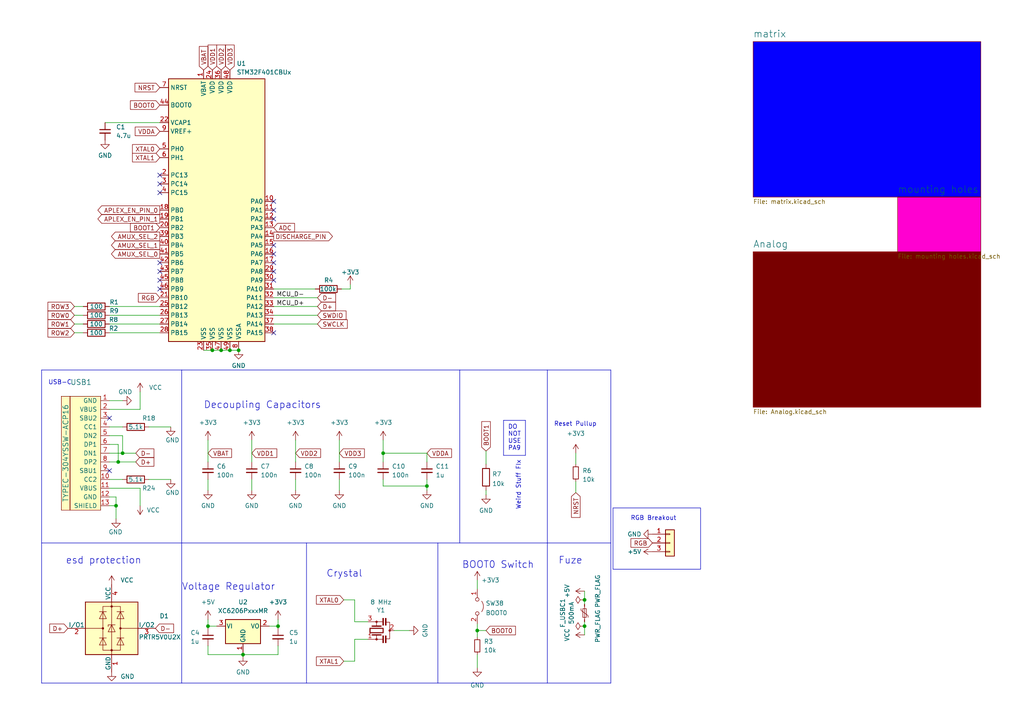
<source format=kicad_sch>
(kicad_sch (version 20230121) (generator eeschema)
  (paper "A4")
  (lib_symbols
    (symbol "Connector_Generic:Conn_01x03" (pin_names (offset 1.016) hide)
      (property "Reference" "J" (at 0 5.08 0))
      (property "Value" "Conn_01x03" (at 0 -5.08 0))
      (symbol "Conn_01x03_1_1"
        (rectangle (start -1.27 -2.413) (end 0 -2.667) (stroke (width 0.1524)))
        (rectangle (start -1.27 0.127) (end 0 -0.127) (stroke (width 0.1524)))
        (rectangle (start -1.27 2.667) (end 0 2.413) (stroke (width 0.1524)))
        (rectangle (start -1.27 3.81) (end 1.27 -3.81) (stroke (width 0.254)) (fill (type background)))
        (pin passive line (at -5.08 2.54 0) (length 3.81) (name "Pin_1") (number "1"))
        (pin passive line (at -5.08 0 0) (length 3.81) (name "Pin_2") (number "2"))
        (pin passive line (at -5.08 -2.54 0) (length 3.81) (name "Pin_3") (number "3"))
      )
    )
    (symbol "Device:C_Small" (pin_numbers hide) (pin_names (offset 0.254) hide)
      (property "Reference" "C" (at 0.254 1.778 0))
      (property "Value" "C_Small" (at 0.254 -2.032 0))
      (symbol "C_Small_0_1"
        (polyline (pts (xy -1.524 -0.508) (xy 1.524 -0.508)) (stroke (width 0.3302)))
        (polyline (pts (xy -1.524 0.508) (xy 1.524 0.508)) (stroke (width 0.3048)))
      )
      (symbol "C_Small_1_1"
        (pin passive line (at 0 2.54 270) (length 2.032) (name "~") (number "1"))
        (pin passive line (at 0 -2.54 90) (length 2.032) (name "~") (number "2"))
      )
    )
    (symbol "Device:Polyfuse_Small" (pin_numbers hide) (pin_names (offset 0))
      (property "Reference" "F" (at -1.905 0 90))
      (property "Value" "Polyfuse_Small" (at 1.905 0 90))
      (symbol "Polyfuse_Small_0_1"
        (rectangle (start -0.508 1.27) (end 0.508 -1.27))
        (polyline (pts (xy 0 2.54) (xy 0 -2.54)))
        (polyline (pts (xy -1.016 1.27) (xy -1.016 0.762) (xy 1.016 -0.762) (xy 1.016 -1.27)))
      )
      (symbol "Polyfuse_Small_1_1"
        (pin passive line (at 0 2.54 270) (length 0.635) (name "~") (number "1"))
        (pin passive line (at 0 -2.54 90) (length 0.635) (name "~") (number "2"))
      )
    )
    (symbol "Device:R" (pin_numbers hide) (pin_names (offset 0))
      (property "Reference" "R" (at 2.032 0 90))
      (property "Value" "R" (at 0 0 90))
      (symbol "R_0_1"
        (rectangle (start -1.016 -2.54) (end 1.016 2.54) (stroke (width 0.254)))
      )
      (symbol "R_1_1"
        (pin passive line (at 0 3.81 270) (length 1.27) (name "~") (number "1"))
        (pin passive line (at 0 -3.81 90) (length 1.27) (name "~") (number "2"))
      )
    )
    (symbol "Device:R_Small" (pin_numbers hide) (pin_names (offset 0.254) hide)
      (property "Reference" "R" (at 0.762 0.508 0))
      (property "Value" "R_Small" (at 0.762 -1.016 0))
      (symbol "R_Small_0_1"
        (rectangle (start -0.762 1.778) (end 0.762 -1.778) (stroke (width 0.2032)))
      )
      (symbol "R_Small_1_1"
        (pin passive line (at 0 2.54 270) (length 0.762) (name "~") (number "1"))
        (pin passive line (at 0 -2.54 90) (length 0.762) (name "~") (number "2"))
      )
    )
    (symbol "Device:Resonator_Small" (pin_names (offset 1.016) hide)
      (property "Reference" "Y" (at 3.175 1.905 0))
      (property "Value" "Resonator_Small" (at 3.175 0 0))
      (symbol "Resonator_Small_0_1"
        (rectangle (start -3.556 -2.54) (end -1.524 -2.794) (fill (type outline)))
        (rectangle (start -3.556 -1.778) (end -1.524 -2.032) (fill (type outline)))
        (circle (center -2.54 0) (radius 0.254) (fill (type outline)))
        (rectangle (start -0.635 1.905) (end 0.635 -1.905) (stroke (width 0.3048)))
        (circle (center 0 -3.81) (radius 0.254) (fill (type outline)))
        (polyline (pts (xy -2.54 -1.778) (xy -2.54 0)))
        (polyline (pts (xy -2.54 0) (xy -1.397 0)))
        (polyline (pts (xy -2.54 1.27) (xy -2.54 0)))
        (polyline (pts (xy -1.27 -1.27) (xy -1.27 1.27)) (stroke (width 0.381)))
        (polyline (pts (xy 1.27 -1.27) (xy 1.27 1.27)) (stroke (width 0.381)))
        (polyline (pts (xy 1.27 0) (xy 2.54 0)))
        (polyline (pts (xy 2.54 0) (xy 2.54 -1.778)))
        (polyline (pts (xy 2.54 1.27) (xy 2.54 0)))
        (polyline (pts (xy 2.413 -2.794) (xy 2.413 -3.81) (xy -2.413 -3.81) (xy -2.413 -2.667)))
        (rectangle (start 1.524 -2.54) (end 3.556 -2.794) (fill (type outline)))
        (rectangle (start 1.524 -1.778) (end 3.556 -2.032) (fill (type outline)))
        (circle (center 2.54 0) (radius 0.254) (fill (type outline)))
      )
      (symbol "Resonator_Small_1_1"
        (pin passive line (at -2.54 2.54 270) (length 1.27) (name "1") (number "1"))
        (pin passive line (at 0 -5.08 90) (length 1.27) (name "2") (number "2"))
        (pin passive line (at 2.54 2.54 270) (length 1.27) (name "3") (number "3"))
      )
    )
    (symbol "Jumper:Jumper_2_Open" (pin_names (offset 0) hide)
      (property "Reference" "JP" (at 0 2.794 0))
      (property "Value" "Jumper_2_Open" (at 0 -2.286 0))
      (symbol "Jumper_2_Open_0_0"
        (circle (center -2.032 0) (radius 0.508))
        (circle (center 2.032 0) (radius 0.508))
      )
      (symbol "Jumper_2_Open_0_1"
        (arc (start 1.524 1.27) (mid 0 1.778) (end -1.524 1.27))
      )
      (symbol "Jumper_2_Open_1_1"
        (pin passive line (at -5.08 0 0) (length 2.54) (name "A") (number "1"))
        (pin passive line (at 5.08 0 180) (length 2.54) (name "B") (number "2"))
      )
    )
    (symbol "MCU_ST_STM32F4:STM32F401CBUx"
      (property "Reference" "U" (at -15.24 39.37 0))
      (property "Value" "STM32F401CBUx" (at 5.08 39.37 0))
      (symbol "STM32F401CBUx_0_1"
        (rectangle (start -15.24 -38.1) (end 12.7 38.1) (stroke (width 0.254)) (fill (type background)))
      )
      (symbol "STM32F401CBUx_1_1"
        (pin power_in line (at -5.08 40.64 270) (length 2.54) (name "VBAT") (number "1"))
        (pin bidirectional line (at 15.24 2.54 180) (length 2.54) (name "PA0") (number "10"))
        (pin bidirectional line (at 15.24 0 180) (length 2.54) (name "PA1") (number "11"))
        (pin bidirectional line (at 15.24 -2.54 180) (length 2.54) (name "PA2") (number "12"))
        (pin bidirectional line (at 15.24 -5.08 180) (length 2.54) (name "PA3") (number "13"))
        (pin bidirectional line (at 15.24 -7.62 180) (length 2.54) (name "PA4") (number "14"))
        (pin bidirectional line (at 15.24 -10.16 180) (length 2.54) (name "PA5") (number "15"))
        (pin bidirectional line (at 15.24 -12.7 180) (length 2.54) (name "PA6") (number "16"))
        (pin bidirectional line (at 15.24 -15.24 180) (length 2.54) (name "PA7") (number "17"))
        (pin bidirectional line (at -17.78 0 0) (length 2.54) (name "PB0") (number "18"))
        (pin bidirectional line (at -17.78 -2.54 0) (length 2.54) (name "PB1") (number "19"))
        (pin bidirectional line (at -17.78 10.16 0) (length 2.54) (name "PC13") (number "2"))
        (pin bidirectional line (at -17.78 -5.08 0) (length 2.54) (name "PB2") (number "20"))
        (pin bidirectional line (at -17.78 -25.4 0) (length 2.54) (name "PB10") (number "21"))
        (pin power_in line (at -17.78 25.4 0) (length 2.54) (name "VCAP1") (number "22"))
        (pin power_in line (at -5.08 -40.64 90) (length 2.54) (name "VSS") (number "23"))
        (pin power_in line (at -2.54 40.64 270) (length 2.54) (name "VDD") (number "24"))
        (pin bidirectional line (at -17.78 -27.94 0) (length 2.54) (name "PB12") (number "25"))
        (pin bidirectional line (at -17.78 -30.48 0) (length 2.54) (name "PB13") (number "26"))
        (pin bidirectional line (at -17.78 -33.02 0) (length 2.54) (name "PB14") (number "27"))
        (pin bidirectional line (at -17.78 -35.56 0) (length 2.54) (name "PB15") (number "28"))
        (pin bidirectional line (at 15.24 -17.78 180) (length 2.54) (name "PA8") (number "29"))
        (pin bidirectional line (at -17.78 7.62 0) (length 2.54) (name "PC14") (number "3"))
        (pin bidirectional line (at 15.24 -20.32 180) (length 2.54) (name "PA9") (number "30"))
        (pin bidirectional line (at 15.24 -22.86 180) (length 2.54) (name "PA10") (number "31"))
        (pin bidirectional line (at 15.24 -25.4 180) (length 2.54) (name "PA11") (number "32"))
        (pin bidirectional line (at 15.24 -27.94 180) (length 2.54) (name "PA12") (number "33"))
        (pin bidirectional line (at 15.24 -30.48 180) (length 2.54) (name "PA13") (number "34"))
        (pin power_in line (at -2.54 -40.64 90) (length 2.54) (name "VSS") (number "35"))
        (pin power_in line (at 0 40.64 270) (length 2.54) (name "VDD") (number "36"))
        (pin bidirectional line (at 15.24 -33.02 180) (length 2.54) (name "PA14") (number "37"))
        (pin bidirectional line (at 15.24 -35.56 180) (length 2.54) (name "PA15") (number "38"))
        (pin bidirectional line (at -17.78 -7.62 0) (length 2.54) (name "PB3") (number "39"))
        (pin bidirectional line (at -17.78 5.08 0) (length 2.54) (name "PC15") (number "4"))
        (pin bidirectional line (at -17.78 -10.16 0) (length 2.54) (name "PB4") (number "40"))
        (pin bidirectional line (at -17.78 -12.7 0) (length 2.54) (name "PB5") (number "41"))
        (pin bidirectional line (at -17.78 -15.24 0) (length 2.54) (name "PB6") (number "42"))
        (pin bidirectional line (at -17.78 -17.78 0) (length 2.54) (name "PB7") (number "43"))
        (pin input line (at -17.78 30.48 0) (length 2.54) (name "BOOT0") (number "44"))
        (pin bidirectional line (at -17.78 -20.32 0) (length 2.54) (name "PB8") (number "45"))
        (pin bidirectional line (at -17.78 -22.86 0) (length 2.54) (name "PB9") (number "46"))
        (pin power_in line (at 0 -40.64 90) (length 2.54) (name "VSS") (number "47"))
        (pin power_in line (at 2.54 40.64 270) (length 2.54) (name "VDD") (number "48"))
        (pin power_in line (at 2.54 -40.64 90) (length 2.54) (name "VSS") (number "49"))
        (pin input line (at -17.78 17.78 0) (length 2.54) (name "PH0") (number "5"))
        (pin input line (at -17.78 15.24 0) (length 2.54) (name "PH1") (number "6"))
        (pin input line (at -17.78 35.56 0) (length 2.54) (name "NRST") (number "7"))
        (pin power_in line (at 5.08 -40.64 90) (length 2.54) (name "VSSA") (number "8"))
        (pin power_in line (at -17.78 22.86 0) (length 2.54) (name "VREF+") (number "9"))
      )
    )
    (symbol "Power_Protection:PRTR5V0U2X" (pin_names (offset 0))
      (property "Reference" "D" (at 2.794 8.636 0))
      (property "Value" "PRTR5V0U2X" (at 8.128 -9.398 0))
      (symbol "PRTR5V0U2X_0_1"
        (rectangle (start -7.62 -7.62) (end 7.62 7.62) (stroke (width 0.254)) (fill (type background)))
        (circle (center -2.54 0) (radius 0.254) (fill (type outline)))
        (rectangle (start -2.54 6.35) (end 2.54 -6.35))
        (circle (center 0 -6.35) (radius 0.254) (fill (type outline)))
        (polyline (pts (xy -2.54 0) (xy -7.62 0)))
        (polyline (pts (xy -1.524 -2.794) (xy -3.556 -2.794)))
        (polyline (pts (xy -1.524 4.826) (xy -3.556 4.826)))
        (polyline (pts (xy 0 -7.62) (xy 0 7.62)))
        (polyline (pts (xy 1.524 -2.794) (xy 3.556 -2.794)))
        (polyline (pts (xy 1.524 4.826) (xy 3.556 4.826)))
        (polyline (pts (xy 2.54 0) (xy 7.62 0)))
        (polyline (pts (xy 1.016 1.016) (xy -1.016 1.016) (xy -1.016 0.508)))
        (polyline (pts (xy -3.556 -4.826) (xy -1.524 -4.826) (xy -2.54 -2.794) (xy -3.556 -4.826)))
        (polyline (pts (xy -3.556 2.794) (xy -1.524 2.794) (xy -2.54 4.826) (xy -3.556 2.794)))
        (polyline (pts (xy -1.016 -1.016) (xy 1.016 -1.016) (xy 0 1.016) (xy -1.016 -1.016)))
        (polyline (pts (xy 3.556 -4.826) (xy 1.524 -4.826) (xy 2.54 -2.794) (xy 3.556 -4.826)))
        (polyline (pts (xy 3.556 2.794) (xy 1.524 2.794) (xy 2.54 4.826) (xy 3.556 2.794)))
        (circle (center 0 6.35) (radius 0.254) (fill (type outline)))
        (circle (center 2.54 0) (radius 0.254) (fill (type outline)))
      )
      (symbol "PRTR5V0U2X_1_1"
        (pin passive line (at 0 -12.7 90) (length 5.08) (name "GND") (number "1"))
        (pin passive line (at -12.7 0 0) (length 5.08) (name "I/O1") (number "2"))
        (pin passive line (at 12.7 0 180) (length 5.08) (name "I/O2") (number "3"))
        (pin passive line (at 0 12.7 270) (length 5.08) (name "VCC") (number "4"))
      )
    )
    (symbol "Regulator_Linear:XC6206PxxxMR" (pin_names (offset 0.254))
      (property "Reference" "U" (at -3.81 3.175 0))
      (property "Value" "XC6206PxxxMR" (at 0 3.175 0))
      (symbol "XC6206PxxxMR_0_1"
        (rectangle (start -5.08 1.905) (end 5.08 -5.08) (stroke (width 0.254)) (fill (type background)))
      )
      (symbol "XC6206PxxxMR_1_1"
        (pin power_in line (at 0 -7.62 90) (length 2.54) (name "GND") (number "1"))
        (pin power_out line (at 7.62 0 180) (length 2.54) (name "VO") (number "2"))
        (pin power_in line (at -7.62 0 0) (length 2.54) (name "VI") (number "3"))
      )
    )
    (symbol "cipulot_parts:TYPEC-304YSSW-ACP16" (pin_names (offset 1.016))
      (property "Reference" "USB" (at -5.08 16.51 0))
      (property "Value" "TYPEC-304YSSW-ACP16" (at -10.16 -1.27 90))
      (symbol "TYPEC-304YSSW-ACP16_0_1"
        (rectangle (start -11.43 15.24) (end -8.89 -17.78) (fill (type background)))
        (rectangle (start 0 -17.78) (end -8.89 15.24) (fill (type background)))
      )
      (symbol "TYPEC-304YSSW-ACP16_1_1"
        (pin input line (at 2.54 13.97 180) (length 2.54) (name "GND") (number "1"))
        (pin input line (at 2.54 -8.89 180) (length 2.54) (name "CC2") (number "10"))
        (pin input line (at 2.54 -11.43 180) (length 2.54) (name "VBUS") (number "11"))
        (pin input line (at 2.54 -13.97 180) (length 2.54) (name "GND") (number "12"))
        (pin input line (at 2.54 -16.51 180) (length 2.54) (name "SHIELD") (number "13"))
        (pin input line (at 2.54 11.43 180) (length 2.54) (name "VBUS") (number "2"))
        (pin input line (at 2.54 8.89 180) (length 2.54) (name "SBU2") (number "3"))
        (pin input line (at 2.54 6.35 180) (length 2.54) (name "CC1") (number "4"))
        (pin input line (at 2.54 3.81 180) (length 2.54) (name "DN2") (number "5"))
        (pin input line (at 2.54 1.27 180) (length 2.54) (name "DP1") (number "6"))
        (pin input line (at 2.54 -1.27 180) (length 2.54) (name "DN1") (number "7"))
        (pin input line (at 2.54 -3.81 180) (length 2.54) (name "DP2") (number "8"))
        (pin input line (at 2.54 -6.35 180) (length 2.54) (name "SBU1") (number "9"))
      )
    )
    (symbol "power:+3.3V" (power) (pin_names (offset 0))
      (property "Value" "+3.3V" (at 0 3.556 0))
      (symbol "+3.3V_0_1"
        (polyline (pts (xy -0.762 1.27) (xy 0 2.54)))
        (polyline (pts (xy 0 0) (xy 0 2.54)))
        (polyline (pts (xy 0 2.54) (xy 0.762 1.27)))
      )
      (symbol "+3.3V_1_1"
        (pin power_in line (at 0 0 90) (length 0) hide (name "+3V3") (number "1"))
      )
    )
    (symbol "power:+3V3" (power) (pin_names (offset 0))
      (property "Value" "+3V3" (at 0 3.556 0))
      (symbol "+3V3_0_1"
        (polyline (pts (xy -0.762 1.27) (xy 0 2.54)))
        (polyline (pts (xy 0 0) (xy 0 2.54)))
        (polyline (pts (xy 0 2.54) (xy 0.762 1.27)))
      )
      (symbol "+3V3_1_1"
        (pin power_in line (at 0 0 90) (length 0) hide (name "+3V3") (number "1"))
      )
    )
    (symbol "power:+5V" (power) (pin_names (offset 0))
      (property "Value" "+5V" (at 0 3.556 0))
      (symbol "+5V_0_1"
        (polyline (pts (xy -0.762 1.27) (xy 0 2.54)))
        (polyline (pts (xy 0 0) (xy 0 2.54)))
        (polyline (pts (xy 0 2.54) (xy 0.762 1.27)))
      )
      (symbol "+5V_1_1"
        (pin power_in line (at 0 0 90) (length 0) hide (name "+5V") (number "1"))
      )
    )
    (symbol "power:GND" (power) (pin_names (offset 0))
      (property "Value" "GND" (at 0 -3.81 0))
      (symbol "GND_0_1"
        (polyline (pts (xy 0 0) (xy 0 -1.27) (xy 1.27 -1.27) (xy 0 -2.54) (xy -1.27 -1.27) (xy 0 -1.27)))
      )
      (symbol "GND_1_1"
        (pin power_in line (at 0 0 270) (length 0) hide (name "GND") (number "1"))
      )
    )
    (symbol "power:PWR_FLAG" (power) (pin_numbers hide) (pin_names (offset 0) hide)
      (property "Value" "PWR_FLAG" (at 0 3.81 0))
      (symbol "PWR_FLAG_0_0"
        (pin power_out line (at 0 0 90) (length 0) (name "pwr") (number "1"))
      )
      (symbol "PWR_FLAG_0_1"
        (polyline (pts (xy 0 0) (xy 0 1.27) (xy -1.016 1.905) (xy 0 2.54) (xy 1.016 1.905) (xy 0 1.27)))
      )
    )
    (symbol "power:VCC" (power) (pin_names (offset 0))
      (property "Value" "VCC" (at 0 3.81 0))
      (symbol "VCC_0_1"
        (polyline (pts (xy -0.762 1.27) (xy 0 2.54)))
        (polyline (pts (xy 0 0) (xy 0 2.54)))
        (polyline (pts (xy 0 2.54) (xy 0.762 1.27)))
      )
      (symbol "VCC_1_1"
        (pin power_in line (at 0 0 90) (length 0) hide (name "VCC") (number "1"))
      )
    )
  )
  (junction (at 169.545 173.99))
  (junction (at 64.135 101.6))
  (junction (at 111.125 131.445))
  (junction (at 66.675 101.6))
  (junction (at 34.29 133.985))
  (junction (at 60.325 181.61))
  (junction (at 169.545 181.61))
  (junction (at 33.655 146.685))
  (junction (at 61.595 101.6))
  (junction (at 138.43 182.88))
  (junction (at 35.56 131.445))
  (junction (at 70.485 189.865))
  (junction (at 69.215 101.6))
  (junction (at 80.645 181.61))
  (junction (at 123.825 140.97))
  (no_connect (at 79.375 96.52))
  (no_connect (at 79.375 58.42))
  (no_connect (at 79.375 60.96))
  (no_connect (at 46.355 76.2))
  (no_connect (at 46.355 50.8))
  (no_connect (at 46.355 53.34))
  (no_connect (at 46.355 55.88))
  (no_connect (at 79.375 78.74))
  (no_connect (at 46.355 81.28))
  (no_connect (at 79.375 81.28))
  (no_connect (at 79.375 76.2))
  (no_connect (at 46.355 83.82))
  (no_connect (at 79.375 71.12))
  (no_connect (at 79.375 63.5))
  (no_connect (at 31.75 136.525))
  (no_connect (at 79.375 73.66))
  (no_connect (at 46.355 78.74))
  (no_connect (at 31.75 121.285))
  (wire (pts (xy 70.485 189.23) (xy 70.485 189.865)))
  (polyline (pts (xy 146.05 132.08) (xy 152.4 132.08)))
  (wire (pts (xy 102.87 191.77) (xy 102.87 185.42)))
  (wire (pts (xy 70.485 189.865) (xy 70.485 190.5)))
  (wire (pts (xy 31.75 128.905) (xy 34.29 128.905)))
  (wire (pts (xy 21.59 91.44) (xy 24.13 91.44)))
  (wire (pts (xy 33.655 144.145) (xy 33.655 146.685)))
  (wire (pts (xy 102.87 185.42) (xy 106.68 185.42)))
  (wire (pts (xy 167.005 131.445) (xy 167.005 134.62)))
  (wire (pts (xy 31.75 88.9) (xy 46.355 88.9)))
  (wire (pts (xy 123.825 140.97) (xy 123.825 142.24)))
  (wire (pts (xy 79.375 91.44) (xy 92.075 91.44)))
  (polyline (pts (xy 177.165 198.12) (xy 12.065 198.12)))
  (polyline (pts (xy 133.35 107.315) (xy 133.35 157.48)))
  (wire (pts (xy 34.29 128.905) (xy 34.29 133.985)))
  (wire (pts (xy 169.545 181.61) (xy 169.545 180.34)))
  (polyline (pts (xy 12.065 157.48) (xy 177.165 157.48)))
  (wire (pts (xy 79.375 93.98) (xy 92.075 93.98)))
  (wire (pts (xy 40.64 118.745) (xy 40.64 113.665)))
  (wire (pts (xy 79.375 86.36) (xy 92.075 86.36)))
  (wire (pts (xy 31.75 141.605) (xy 40.64 141.605)))
  (wire (pts (xy 60.325 182.245) (xy 60.325 181.61)))
  (wire (pts (xy 111.125 140.97) (xy 123.825 140.97)))
  (wire (pts (xy 40.64 141.605) (xy 40.64 146.685)))
  (polyline (pts (xy 12.065 107.315) (xy 12.065 198.12)))
  (wire (pts (xy 78.105 181.61) (xy 80.645 181.61)))
  (wire (pts (xy 123.825 131.445) (xy 123.825 133.985)))
  (wire (pts (xy 91.44 83.82) (xy 79.375 83.82)))
  (wire (pts (xy 101.6 83.82) (xy 101.6 82.55)))
  (wire (pts (xy 66.675 101.6) (xy 69.215 101.6)))
  (wire (pts (xy 70.485 189.865) (xy 80.645 189.865)))
  (wire (pts (xy 31.75 96.52) (xy 46.355 96.52)))
  (wire (pts (xy 60.325 139.065) (xy 60.325 142.24)))
  (wire (pts (xy 31.75 123.825) (xy 35.56 123.825)))
  (wire (pts (xy 111.125 131.445) (xy 111.125 133.985)))
  (wire (pts (xy 31.75 91.44) (xy 46.355 91.44)))
  (wire (pts (xy 80.645 189.865) (xy 80.645 187.325)))
  (wire (pts (xy 85.725 127.635) (xy 85.725 133.985)))
  (wire (pts (xy 106.68 180.34) (xy 102.87 180.34)))
  (wire (pts (xy 73.025 127.635) (xy 73.025 133.985)))
  (wire (pts (xy 35.56 131.445) (xy 39.37 131.445)))
  (wire (pts (xy 140.97 130.81) (xy 140.97 134.62)))
  (polyline (pts (xy 52.705 107.315) (xy 52.705 198.12)))
  (wire (pts (xy 60.325 127.635) (xy 60.325 133.985)))
  (wire (pts (xy 31.75 131.445) (xy 35.56 131.445)))
  (wire (pts (xy 138.43 189.865) (xy 138.43 193.675)))
  (wire (pts (xy 43.18 123.825) (xy 49.53 123.825)))
  (wire (pts (xy 98.425 139.065) (xy 98.425 142.24)))
  (wire (pts (xy 99.695 173.99) (xy 102.87 173.99)))
  (wire (pts (xy 33.655 146.685) (xy 33.655 150.495)))
  (wire (pts (xy 31.75 118.745) (xy 40.64 118.745)))
  (wire (pts (xy 111.125 127.635) (xy 111.125 131.445)))
  (wire (pts (xy 80.645 181.61) (xy 80.645 179.705)))
  (wire (pts (xy 59.055 101.6) (xy 61.595 101.6)))
  (wire (pts (xy 99.695 191.77) (xy 102.87 191.77)))
  (wire (pts (xy 111.125 131.445) (xy 123.825 131.445)))
  (wire (pts (xy 138.43 180.975) (xy 138.43 182.88)))
  (wire (pts (xy 169.545 175.26) (xy 169.545 173.99)))
  (wire (pts (xy 21.59 88.9) (xy 24.13 88.9)))
  (polyline (pts (xy 158.75 157.48) (xy 158.75 198.12)))
  (wire (pts (xy 123.825 139.065) (xy 123.825 140.97)))
  (wire (pts (xy 61.595 101.6) (xy 64.135 101.6)))
  (wire (pts (xy 111.125 139.065) (xy 111.125 140.97)))
  (wire (pts (xy 31.75 126.365) (xy 35.56 126.365)))
  (wire (pts (xy 79.375 88.9) (xy 92.075 88.9)))
  (wire (pts (xy 31.75 116.205) (xy 35.56 116.205)))
  (wire (pts (xy 73.025 139.065) (xy 73.025 142.24)))
  (wire (pts (xy 31.75 139.065) (xy 35.56 139.065)))
  (wire (pts (xy 102.87 180.34) (xy 102.87 173.99)))
  (wire (pts (xy 60.325 189.865) (xy 60.325 187.325)))
  (wire (pts (xy 64.135 101.6) (xy 66.675 101.6)))
  (wire (pts (xy 21.59 93.98) (xy 24.13 93.98)))
  (wire (pts (xy 138.43 182.88) (xy 138.43 184.785)))
  (polyline (pts (xy 152.4 132.08) (xy 152.4 121.92)))
  (wire (pts (xy 98.425 127.635) (xy 98.425 133.985)))
  (wire (pts (xy 138.43 182.88) (xy 140.97 182.88)))
  (wire (pts (xy 99.06 83.82) (xy 101.6 83.82)))
  (wire (pts (xy 140.97 142.24) (xy 140.97 143.51)))
  (polyline (pts (xy 12.065 107.315) (xy 177.165 107.315)))
  (wire (pts (xy 31.75 144.145) (xy 33.655 144.145)))
  (wire (pts (xy 80.645 181.61) (xy 80.645 182.245)))
  (wire (pts (xy 169.545 173.99) (xy 169.545 171.45)))
  (wire (pts (xy 30.48 35.56) (xy 46.355 35.56)))
  (polyline (pts (xy 146.05 121.92) (xy 146.05 132.08)))
  (wire (pts (xy 46.355 93.98) (xy 31.75 93.98)))
  (wire (pts (xy 70.485 189.865) (xy 60.325 189.865)))
  (wire (pts (xy 21.59 96.52) (xy 24.13 96.52)))
  (polyline (pts (xy 158.75 107.315) (xy 158.75 157.48)))
  (wire (pts (xy 60.325 181.61) (xy 62.865 181.61)))
  (polyline (pts (xy 146.05 121.92) (xy 152.4 121.92)))
  (polyline (pts (xy 88.9 157.48) (xy 88.9 198.12)))
  (wire (pts (xy 33.655 146.685) (xy 31.75 146.685)))
  (wire (pts (xy 34.29 133.985) (xy 39.37 133.985)))
  (wire (pts (xy 169.545 184.15) (xy 169.545 181.61)))
  (wire (pts (xy 138.43 168.275) (xy 138.43 170.815)))
  (wire (pts (xy 43.18 139.065) (xy 49.53 139.065)))
  (wire (pts (xy 60.325 181.61) (xy 60.325 179.705)))
  (wire (pts (xy 167.005 139.7) (xy 167.005 142.875)))
  (wire (pts (xy 35.56 126.365) (xy 35.56 131.445)))
  (polyline (pts (xy 127 157.48) (xy 127 198.12)))
  (wire (pts (xy 85.725 139.065) (xy 85.725 142.24)))
  (wire (pts (xy 114.3 182.88) (xy 118.745 182.88)))
  (polyline (pts (xy 177.165 107.315) (xy 177.165 198.12)))
  (wire (pts (xy 31.75 133.985) (xy 34.29 133.985)))
  (rectangle (start 177.8 147.32) (end 203.2 165.1))
  (text "Weird Stuff FIx" (at 151.13 147.955 90) (effects (font (size 1.27 1.27)) (justify left bottom)))
  (text "BOOT0 Switch" (at 133.985 165.1 0) (effects (font (size 2 2)) (justify left bottom)))
  (text "USB-C" (at 13.97 111.76 0) (effects (font (size 1.27 1.27)) (justify left bottom)))
  (text "RGB Breakout" (at 182.88 151.13 0) (effects (font (size 1.27 1.27)) (justify left bottom)))
  (text "Voltage Regulator" (at 52.705 171.45 0) (effects (font (size 2 2)) (justify left bottom)))
  (text "Reset Pullup" (at 160.655 123.825 0) (effects (font (size 1.27 1.27)) (justify left bottom)))
  (text "esd protection\n" (at 19.05 163.83 0) (effects (font (size 2 2)) (justify left bottom)))
  (text "DO\nNOT\nUSE\nPA9\n" (at 147.32 130.81 0) (effects (font (size 1.27 1.27)) (justify left bottom)))
  (text "Fuze\n" (at 161.925 163.83 0) (effects (font (size 2 2)) (justify left bottom)))
  (text "Crystal" (at 94.615 167.64 0) (effects (font (size 2 2)) (justify left bottom)))
  (text "Decoupling Capacitors" (at 59.055 118.745 0) (effects (font (size 2 2)) (justify left bottom)))
  (label "MCU_D-" (at 88.265 86.36 180))
  (label "MCU_D+" (at 88.265 88.9 180))
  (global_label "XTAL1" (shape input) (at 99.695 191.77 180) (property "Intersheetrefs" "${INTERSHEET_REFS}" (effects hide)))
  (global_label "VDDA" (shape input) (at 123.825 131.445 0) (property "Intersheetrefs" "${INTERSHEET_REFS}" (effects hide)))
  (global_label "VDD2" (shape input) (at 64.135 20.32 90) (property "Intersheetrefs" "${INTERSHEET_REFS}" (effects hide)))
  (global_label "ROW0" (shape input) (at 21.59 91.44 180) (property "Intersheetrefs" "${INTERSHEET_REFS}" (effects hide)))
  (global_label "DISCHARGE_PIN" (shape output) (at 79.375 68.58 0) (property "Intersheetrefs" "${INTERSHEET_REFS}" (effects hide)))
  (global_label "VBAT" (shape input) (at 59.055 20.32 90) (property "Intersheetrefs" "${INTERSHEET_REFS}" (effects hide)))
  (global_label "RGB" (shape input) (at 189.23 157.48 180) (property "Intersheetrefs" "${INTERSHEET_REFS}" (effects hide)))
  (global_label "RGB" (shape input) (at 46.355 86.36 180) (property "Intersheetrefs" "${INTERSHEET_REFS}" (effects hide)))
  (global_label "BOOT1" (shape input) (at 46.355 66.04 180) (property "Intersheetrefs" "${INTERSHEET_REFS}" (effects hide)))
  (global_label "ROW2" (shape input) (at 21.59 96.52 180) (property "Intersheetrefs" "${INTERSHEET_REFS}" (effects hide)))
  (global_label "NRST" (shape input) (at 46.355 25.4 180) (property "Intersheetrefs" "${INTERSHEET_REFS}" (effects hide)))
  (global_label "SWDIO" (shape input) (at 92.075 91.44 0) (property "Intersheetrefs" "${INTERSHEET_REFS}" (effects hide)))
  (global_label "ROW1" (shape input) (at 21.59 93.98 180) (property "Intersheetrefs" "${INTERSHEET_REFS}" (effects hide)))
  (global_label "D+" (shape input) (at 19.685 182.245 180) (property "Intersheetrefs" "${INTERSHEET_REFS}" (effects hide)))
  (global_label "NRST" (shape input) (at 167.005 142.875 270) (property "Intersheetrefs" "${INTERSHEET_REFS}" (effects hide)))
  (global_label "XTAL0" (shape input) (at 46.355 43.18 180) (property "Intersheetrefs" "${INTERSHEET_REFS}" (effects hide)))
  (global_label "APLEX_EN_PIN_0" (shape output) (at 46.355 60.96 180) (property "Intersheetrefs" "${INTERSHEET_REFS}" (effects hide)))
  (global_label "BOOT1" (shape input) (at 140.97 130.81 90) (property "Intersheetrefs" "${INTERSHEET_REFS}" (effects hide)))
  (global_label "AMUX_SEL_2" (shape output) (at 46.355 68.58 180) (property "Intersheetrefs" "${INTERSHEET_REFS}" (effects hide)))
  (global_label "VBAT" (shape input) (at 60.325 131.445 0) (property "Intersheetrefs" "${INTERSHEET_REFS}" (effects hide)))
  (global_label "D-" (shape input) (at 45.085 182.245 0) (property "Intersheetrefs" "${INTERSHEET_REFS}" (effects hide)))
  (global_label "APLEX_EN_PIN_1" (shape output) (at 46.355 63.5 180) (property "Intersheetrefs" "${INTERSHEET_REFS}" (effects hide)))
  (global_label "ROW3" (shape input) (at 21.59 88.9 180) (property "Intersheetrefs" "${INTERSHEET_REFS}" (effects hide)))
  (global_label "AMUX_SEL_0" (shape output) (at 46.355 73.66 180) (property "Intersheetrefs" "${INTERSHEET_REFS}" (effects hide)))
  (global_label "VDD1" (shape input) (at 73.025 131.445 0) (property "Intersheetrefs" "${INTERSHEET_REFS}" (effects hide)))
  (global_label "ADC" (shape input) (at 79.375 66.04 0) (property "Intersheetrefs" "${INTERSHEET_REFS}" (effects hide)))
  (global_label "XTAL1" (shape input) (at 46.355 45.72 180) (property "Intersheetrefs" "${INTERSHEET_REFS}" (effects hide)))
  (global_label "D+" (shape input) (at 92.075 88.9 0) (property "Intersheetrefs" "${INTERSHEET_REFS}" (effects hide)))
  (global_label "VDD2" (shape input) (at 85.725 131.445 0) (property "Intersheetrefs" "${INTERSHEET_REFS}" (effects hide)))
  (global_label "XTAL0" (shape input) (at 99.695 173.99 180) (property "Intersheetrefs" "${INTERSHEET_REFS}" (effects hide)))
  (global_label "VDD3" (shape input) (at 98.425 131.445 0) (property "Intersheetrefs" "${INTERSHEET_REFS}" (effects hide)))
  (global_label "SWCLK" (shape input) (at 92.075 93.98 0) (property "Intersheetrefs" "${INTERSHEET_REFS}" (effects hide)))
  (global_label "AMUX_SEL_1" (shape output) (at 46.355 71.12 180) (property "Intersheetrefs" "${INTERSHEET_REFS}" (effects hide)))
  (global_label "VDD1" (shape input) (at 61.595 20.32 90) (property "Intersheetrefs" "${INTERSHEET_REFS}" (effects hide)))
  (global_label "VDD3" (shape input) (at 66.675 20.32 90) (property "Intersheetrefs" "${INTERSHEET_REFS}" (effects hide)))
  (global_label "D-" (shape input) (at 39.37 131.445 0) (property "Intersheetrefs" "${INTERSHEET_REFS}" (effects hide)))
  (global_label "BOOT0" (shape input) (at 46.355 30.48 180) (property "Intersheetrefs" "${INTERSHEET_REFS}" (effects hide)))
  (global_label "D-" (shape input) (at 92.075 86.36 0) (property "Intersheetrefs" "${INTERSHEET_REFS}" (effects hide)))
  (global_label "D+" (shape input) (at 39.37 133.985 0) (property "Intersheetrefs" "${INTERSHEET_REFS}" (effects hide)))
  (global_label "VDDA" (shape input) (at 46.355 38.1 180) (property "Intersheetrefs" "${INTERSHEET_REFS}" (effects hide)))
  (global_label "BOOT0" (shape input) (at 140.97 182.88 0) (property "Intersheetrefs" "${INTERSHEET_REFS}" (effects hide)))
  (symbol (lib_id "power:GND") (at 118.745 182.88 90) (unit 1)
    (property "Reference" "#PWR0109" (effects hide))
    (property "Value" "GND" (at 123.3075 182.88 0))
  )
  (symbol (lib_id "Device:Resonator_Small") (at 109.22 182.88 90) (unit 1)
    (property "Reference" "Y1" (at 110.49 176.9618 90))
    (property "Value" "8 MHz" (at 110.49 174.6504 90))
    (property "Footprint" "Crystal:Resonator_SMD_Murata_CSTxExxV-3Pin_3.0x1.1mm" (effects hide))
    (property "LCSC" "C907975" (effects hide))
  )
  (symbol (lib_id "Device:R") (at 39.37 139.065 90) (unit 1)
    (property "Reference" "R24" (at 43.18 141.605 90))
    (property "Value" "5.1k" (at 39.37 139.065 90))
    (property "Footprint" "Resistor_SMD:R_0402_1005Metric" (effects hide))
    (property "LCSC" "C25905" (effects hide))
  )
  (symbol (lib_id "power:+5V") (at 60.325 179.705 0) (unit 1)
    (property "Reference" "#PWR0115" (effects hide))
    (property "Value" "+5V" (at 60.325 174.625 0))
  )
  (symbol (lib_id "power:GND") (at 123.825 142.24 0) (unit 1)
    (property "Reference" "#PWR0123" (effects hide))
    (property "Value" "GND" (at 123.825 146.685 0))
  )
  (symbol (lib_id "Device:C_Small") (at 123.825 136.525 0) (unit 1)
    (property "Reference" "C11" (at 126.365 135.2612 0) (effects (justify left)))
    (property "Value" "1u" (at 126.365 137.8012 0) (effects (justify left)))
    (property "Footprint" "Capacitor_SMD:C_0402_1005Metric" (effects hide))
  )
  (symbol (lib_id "power:GND") (at 189.23 154.94 270) (unit 1)
    (property "Reference" "#PWR02" (effects hide))
    (property "Value" "GND" (at 186.055 154.94 90) (effects (justify right)))
  )
  (symbol (lib_id "Device:R") (at 95.25 83.82 90) (unit 1)
    (property "Reference" "R4" (at 93.98 81.28 90) (effects (justify right)))
    (property "Value" "100k" (at 92.71 83.82 90) (effects (justify right)))
    (property "Footprint" "Resistor_SMD:R_0402_1005Metric" (effects hide))
    (property "LCSC" "C25741" (effects hide))
  )
  (symbol (lib_id "power:GND") (at 30.48 40.64 0) (unit 1)
    (property "Reference" "#PWR0110" (effects hide))
    (property "Value" "GND" (at 30.48 45.085 0))
  )
  (symbol (lib_id "Device:R") (at 27.94 88.9 270) (unit 1)
    (property "Reference" "R1" (at 31.75 87.63 90) (effects (justify left)))
    (property "Value" "100" (at 26.035 88.9 90) (effects (justify left)))
    (property "Footprint" "Resistor_SMD:R_0402_1005Metric" (effects hide))
    (property "LCSC" "C25076" (effects hide))
  )
  (symbol (lib_id "power:GND") (at 35.56 116.205 90) (unit 1)
    (property "Reference" "#PWR0126" (effects hide))
    (property "Value" "GND" (at 34.29 113.665 90) (effects (justify right)))
  )
  (symbol (lib_id "Device:C_Small") (at 30.48 38.1 0) (unit 1)
    (property "Reference" "C1" (at 33.655 36.8362 0) (effects (justify left)))
    (property "Value" "4.7u" (at 33.655 39.3762 0) (effects (justify left)))
    (property "Footprint" "Capacitor_SMD:C_0402_1005Metric" (effects hide))
  )
  (symbol (lib_id "power:GND") (at 70.485 190.5 0) (unit 1)
    (property "Reference" "#PWR0111" (effects hide))
    (property "Value" "GND" (at 70.485 194.945 0))
  )
  (symbol (lib_id "power:GND") (at 140.97 143.51 0) (unit 1)
    (property "Reference" "#PWR0114" (effects hide))
    (property "Value" "GND" (at 140.97 148.0725 0))
  )
  (symbol (lib_id "power:+3V3") (at 138.43 168.275 0) (unit 1)
    (property "Reference" "#PWR01" (effects hide))
    (property "Value" "+3V3" (at 142.24 168.275 0))
  )
  (symbol (lib_id "power:GND") (at 98.425 142.24 0) (unit 1)
    (property "Reference" "#PWR0121" (effects hide))
    (property "Value" "GND" (at 98.425 146.685 0))
  )
  (symbol (lib_id "power:+3.3V") (at 101.6 82.55 0) (unit 1)
    (property "Reference" "#PWR0102" (effects hide))
    (property "Value" "+3.3V" (at 101.6 78.9455 0))
  )
  (symbol (lib_id "power:GND") (at 138.43 193.675 0) (unit 1)
    (property "Reference" "#PWR0105" (effects hide))
    (property "Value" "GND" (at 138.43 198.755 0))
  )
  (symbol (lib_id "power:VCC") (at 169.545 184.15 90) (unit 1)
    (property "Reference" "#PWR0108" (effects hide))
    (property "Value" "VCC" (at 164.465 184.15 0))
  )
  (symbol (lib_id "MCU_ST_STM32F4:STM32F401CBUx") (at 64.135 60.96 0) (unit 1)
    (property "Reference" "U1" (at 68.6309 18.415 0) (effects (justify left)))
    (property "Value" "STM32F401CBUx" (at 68.6309 20.955 0) (effects (justify left)))
    (property "Footprint" "Package_DFN_QFN:QFN-48-1EP_7x7mm_P0.5mm_EP5.6x5.6mm" (effects hide))
    (property "Datasheet" "http://www.st.com/st-web-ui/static/active/en/resource/technical/document/datasheet/DM00086815.pdf" (effects hide))
    (property "LCSC" "C118825" (effects hide))
  )
  (symbol (lib_id "Device:R_Small") (at 138.43 187.325 0) (unit 1)
    (property "Reference" "R3" (at 140.335 186.0549 0) (effects (justify left)))
    (property "Value" "10k" (at 140.335 188.5949 0) (effects (justify left)))
    (property "Footprint" "Resistor_SMD:R_0402_1005Metric" (effects hide))
  )
  (symbol (lib_id "Device:C_Small") (at 111.125 136.525 0) (unit 1)
    (property "Reference" "C10" (at 113.665 135.2612 0) (effects (justify left)))
    (property "Value" "100n" (at 113.665 137.8012 0) (effects (justify left)))
    (property "Footprint" "Capacitor_SMD:C_0402_1005Metric" (effects hide))
  )
  (symbol (lib_id "power:+3V3") (at 167.005 131.445 0) (unit 1)
    (property "Reference" "#PWR0103" (effects hide))
    (property "Value" "+3V3" (at 167.005 125.73 0))
  )
  (symbol (lib_id "power:VCC") (at 40.64 146.685 180) (unit 1)
    (property "Reference" "#PWR0151" (effects hide))
    (property "Value" "VCC" (at 42.545 147.9549 0) (effects (justify right)))
  )
  (symbol (lib_id "power:GND") (at 60.325 142.24 0) (unit 1)
    (property "Reference" "#PWR0112" (effects hide))
    (property "Value" "GND" (at 60.325 146.685 0))
  )
  (symbol (lib_id "Device:C_Small") (at 73.025 136.525 0) (unit 1)
    (property "Reference" "C7" (at 75.565 135.2612 0) (effects (justify left)))
    (property "Value" "100n" (at 75.565 137.8012 0) (effects (justify left)))
    (property "Footprint" "Capacitor_SMD:C_0402_1005Metric" (effects hide))
  )
  (symbol (lib_id "Jumper:Jumper_2_Open") (at 138.43 175.895 270) (unit 1)
    (property "Reference" "SW38" (at 140.843 174.9865 90) (effects (justify left)))
    (property "Value" "BOOT0" (at 140.843 177.7616 90) (effects (justify left)))
    (property "Footprint" "Connector_PinHeader_2.54mm:PinHeader_1x02_P2.54mm_Vertical" (effects hide))
  )
  (symbol (lib_id "Power_Protection:PRTR5V0U2X") (at 32.385 182.245 0) (unit 1)
    (property "Reference" "D1" (at 47.625 178.6636 0))
    (property "Value" "PRTR5V0U2X" (at 46.355 184.785 0))
    (property "Footprint" "Package_TO_SOT_SMD:SOT-143" (effects hide))
    (property "Datasheet" "https://assets.nexperia.com/documents/data-sheet/PRTR5V0U2X.pdf" (effects hide))
  )
  (symbol (lib_id "power:VCC") (at 32.385 169.545 0) (unit 1)
    (property "Reference" "#PWR0106" (effects hide))
    (property "Value" "VCC" (at 34.925 168.2749 0) (effects (justify left)))
  )
  (symbol (lib_id "power:VCC") (at 40.64 113.665 0) (unit 1)
    (property "Reference" "#PWR0125" (effects hide))
    (property "Value" "VCC" (at 43.18 112.3949 0) (effects (justify left)))
  )
  (symbol (lib_id "Device:C_Small") (at 80.645 184.785 0) (unit 1)
    (property "Reference" "C5" (at 83.82 183.5212 0) (effects (justify left)))
    (property "Value" "1u" (at 83.82 186.0612 0) (effects (justify left)))
    (property "Footprint" "Capacitor_SMD:C_0402_1005Metric" (effects hide))
  )
  (symbol (lib_id "Regulator_Linear:XC6206PxxxMR") (at 70.485 181.61 0) (unit 1)
    (property "Reference" "U2" (at 70.485 174.625 0))
    (property "Value" "XC6206PxxxMR" (at 70.485 177.165 0))
    (property "Footprint" "Package_TO_SOT_SMD:SOT-23" (effects hide))
    (property "Datasheet" "https://www.torexsemi.com/file/xc6206/XC6206.pdf" (effects hide))
  )
  (symbol (lib_id "power:GND") (at 32.385 194.945 0) (unit 1)
    (property "Reference" "#PWR0107" (effects hide))
    (property "Value" "GND" (at 34.925 196.2149 0) (effects (justify left)))
  )
  (symbol (lib_id "Device:C_Small") (at 60.325 184.785 0) (unit 1)
    (property "Reference" "C4" (at 55.245 183.515 0) (effects (justify left)))
    (property "Value" "1u" (at 55.245 186.055 0) (effects (justify left)))
    (property "Footprint" "Capacitor_SMD:C_0402_1005Metric" (effects hide))
  )
  (symbol (lib_id "power:GND") (at 49.53 123.825 0) (unit 1)
    (property "Reference" "#PWR0127" (effects hide))
    (property "Value" "GND" (at 52.07 127.635 0) (effects (justify right)))
  )
  (symbol (lib_id "power:+5V") (at 169.545 171.45 90) (unit 1)
    (property "Reference" "#PWR0104" (effects hide))
    (property "Value" "+5V" (at 164.465 171.45 0))
  )
  (symbol (lib_id "Device:C_Small") (at 85.725 136.525 0) (unit 1)
    (property "Reference" "C8" (at 88.265 135.2612 0) (effects (justify left)))
    (property "Value" "100n" (at 88.265 137.8012 0) (effects (justify left)))
    (property "Footprint" "Capacitor_SMD:C_0402_1005Metric" (effects hide))
  )
  (symbol (lib_id "Device:Polyfuse_Small") (at 169.545 177.8 180) (unit 1)
    (property "Reference" "F_USBC1" (at 163.195 177.8 90))
    (property "Value" "500mA" (at 165.735 177.8 90))
    (property "Footprint" "Fuse:Fuse_1206_3216Metric" (effects hide))
  )
  (symbol (lib_id "power:+3V3") (at 98.425 127.635 0) (unit 1)
    (property "Reference" "#PWR0118" (effects hide))
    (property "Value" "+3V3" (at 98.425 122.555 0))
  )
  (symbol (lib_id "power:GND") (at 85.725 142.24 0) (unit 1)
    (property "Reference" "#PWR0122" (effects hide))
    (property "Value" "GND" (at 85.725 146.685 0))
  )
  (symbol (lib_id "Device:C_Small") (at 98.425 136.525 0) (unit 1)
    (property "Reference" "C9" (at 100.965 135.2612 0) (effects (justify left)))
    (property "Value" "100n" (at 100.965 137.8012 0) (effects (justify left)))
    (property "Footprint" "Capacitor_SMD:C_0402_1005Metric" (effects hide))
  )
  (symbol (lib_id "power:GND") (at 73.025 142.24 0) (unit 1)
    (property "Reference" "#PWR0124" (effects hide))
    (property "Value" "GND" (at 73.025 146.685 0))
  )
  (symbol (lib_id "Device:R") (at 140.97 138.43 180) (unit 1)
    (property "Reference" "R7" (at 142.748 137.5215 0) (effects (justify right)))
    (property "Value" "10k" (at 142.748 140.2966 0) (effects (justify right)))
    (property "Footprint" "Resistor_SMD:R_0402_1005Metric" (effects hide))
    (property "LCSC" "C25744" (effects hide))
  )
  (symbol (lib_id "Device:R") (at 27.94 96.52 90) (unit 1)
    (property "Reference" "R2" (at 34.29 95.25 90) (effects (justify left)))
    (property "Value" "100" (at 29.845 96.52 90) (effects (justify left)))
    (property "Footprint" "Resistor_SMD:R_0402_1005Metric" (effects hide))
    (property "LCSC" "C25076" (effects hide))
  )
  (symbol (lib_id "power:GND") (at 69.215 101.6 0) (unit 1)
    (property "Reference" "#PWR0101" (effects hide))
    (property "Value" "GND" (at 69.215 106.045 0))
  )
  (symbol (lib_id "power:PWR_FLAG") (at 169.545 173.99 90) (unit 1)
    (property "Reference" "#FLG0101" (effects hide))
    (property "Value" "PWR_FLAG" (at 173.355 171.45 0))
  )
  (symbol (lib_id "Connector_Generic:Conn_01x03") (at 194.31 157.48 0) (unit 1) (in_bom no)
    (property "Reference" "J1" (effects hide))
    (property "Value" "ARGB" (effects hide))
    (property "Footprint" "Connector_PinHeader_1.27mm:PinHeader_1x03_P1.27mm_Vertical" (effects hide))
  )
  (symbol (lib_id "power:+3V3") (at 60.325 127.635 0) (unit 1)
    (property "Reference" "#PWR0113" (effects hide))
    (property "Value" "+3V3" (at 60.325 122.555 0))
  )
  (symbol (lib_id "cipulot_parts:TYPEC-304YSSW-ACP16") (at 29.21 130.175 0) (unit 1)
    (property "Reference" "USB1" (at 23.495 110.8509 0) (effects (font (size 1.524 1.524))))
    (property "Value" "TYPEC-304YSSW-ACP16" (at 19.05 131.445 90) (effects (font (size 1.524 1.524))))
    (property "Footprint" "cipulot_parts:TYPEC-304YSSW-ACP16" (effects hide))
    (property "LCSC" "C2840392" (effects hide))
  )
  (symbol (lib_id "Device:C_Small") (at 60.325 136.525 0) (unit 1)
    (property "Reference" "C6" (at 62.865 135.2612 0) (effects (justify left)))
    (property "Value" "100n" (at 62.865 137.8012 0) (effects (justify left)))
    (property "Footprint" "Capacitor_SMD:C_0402_1005Metric" (effects hide))
  )
  (symbol (lib_id "Device:R") (at 39.37 123.825 270) (unit 1)
    (property "Reference" "R18" (at 43.18 121.285 90))
    (property "Value" "5.1k" (at 39.37 123.825 90))
    (property "Footprint" "Resistor_SMD:R_0402_1005Metric" (effects hide))
    (property "LCSC" "C25905" (effects hide))
  )
  (symbol (lib_id "Device:R_Small") (at 167.005 137.16 0) (unit 1)
    (property "Reference" "R6" (at 168.91 136.525 0) (effects (justify left)))
    (property "Value" "10k" (at 168.91 139.065 0) (effects (justify left)))
    (property "Footprint" "Resistor_SMD:R_0402_1005Metric" (effects hide))
  )
  (symbol (lib_id "power:+3V3") (at 73.025 127.635 0) (unit 1)
    (property "Reference" "#PWR0117" (effects hide))
    (property "Value" "+3V3" (at 73.025 122.555 0))
  )
  (symbol (lib_id "power:GND") (at 33.655 150.495 0) (unit 1)
    (property "Reference" "#PWR0150" (effects hide))
    (property "Value" "GND" (at 35.56 154.305 0) (effects (justify right)))
  )
  (symbol (lib_id "Device:R") (at 27.94 91.44 270) (unit 1)
    (property "Reference" "R9" (at 31.75 90.17 90) (effects (justify left)))
    (property "Value" "100" (at 26.035 91.44 90) (effects (justify left)))
    (property "Footprint" "Resistor_SMD:R_0402_1005Metric" (effects hide))
    (property "LCSC" "C25076" (effects hide))
  )
  (symbol (lib_id "power:+5V") (at 189.23 160.02 90) (unit 1)
    (property "Reference" "#PWR03" (effects hide))
    (property "Value" "+5V" (at 186.055 160.02 90) (effects (justify left)))
  )
  (symbol (lib_id "power:+3V3") (at 111.125 127.635 0) (unit 1)
    (property "Reference" "#PWR0120" (effects hide))
    (property "Value" "+3V3" (at 111.125 122.555 0))
  )
  (symbol (lib_id "power:PWR_FLAG") (at 169.545 181.61 90) (unit 1)
    (property "Reference" "#FLG0102" (effects hide))
    (property "Value" "PWR_FLAG" (at 173.355 181.61 0))
  )
  (symbol (lib_id "power:+3V3") (at 85.725 127.635 0) (unit 1)
    (property "Reference" "#PWR0119" (effects hide))
    (property "Value" "+3V3" (at 85.725 122.555 0))
  )
  (symbol (lib_id "power:GND") (at 49.53 139.065 0) (unit 1)
    (property "Reference" "#PWR0149" (effects hide))
    (property "Value" "GND" (at 52.07 142.875 0) (effects (justify right)))
  )
  (symbol (lib_id "power:+3V3") (at 80.645 179.705 0) (unit 1)
    (property "Reference" "#PWR0116" (effects hide))
    (property "Value" "+3V3" (at 80.645 174.625 0))
  )
  (symbol (lib_id "Device:R") (at 27.94 93.98 90) (unit 1)
    (property "Reference" "R8" (at 34.29 92.71 90) (effects (justify left)))
    (property "Value" "100" (at 29.845 93.98 90) (effects (justify left)))
    (property "Footprint" "Resistor_SMD:R_0402_1005Metric" (effects hide))
    (property "LCSC" "C25076" (effects hide))
  )
  (sheet (at 218.44 73.025) (size 66.04 45.085) (stroke (width 0.1524)) (fill (color 120 0 0 1.0000))
    (property "Sheetname" "Analog" (at 218.44 71.9484 0) (effects (font (size 2 2)) (justify left bottom)))
    (property "Sheetfile" "Analog.kicad_sch" (at 218.44 118.6946 0) (effects (justify left top)))
  )
  (sheet (at 260.35 57.15) (size 24.13 15.875) (stroke (width 0.1524)) (fill (color 255 0 208 1.0000))
    (property "Sheetname" "mounting holes" (at 260.35 56.0734 0) (effects (font (size 2 2)) (justify left bottom)))
    (property "Sheetfile" "mounting holes.kicad_sch" (at 260.35 73.6096 0) (effects (justify left top)))
  )
  (sheet (at 218.44 12.065) (size 66.04 45.085) (stroke (width 0.1524)) (fill (color 5 0 255 1.0000))
    (property "Sheetname" "matrix" (at 218.44 10.9884 0) (effects (font (size 2 2)) (justify left bottom)))
    (property "Sheetfile" "matrix.kicad_sch" (at 218.44 57.7346 0) (effects (justify left top)))
  )
)
</source>
